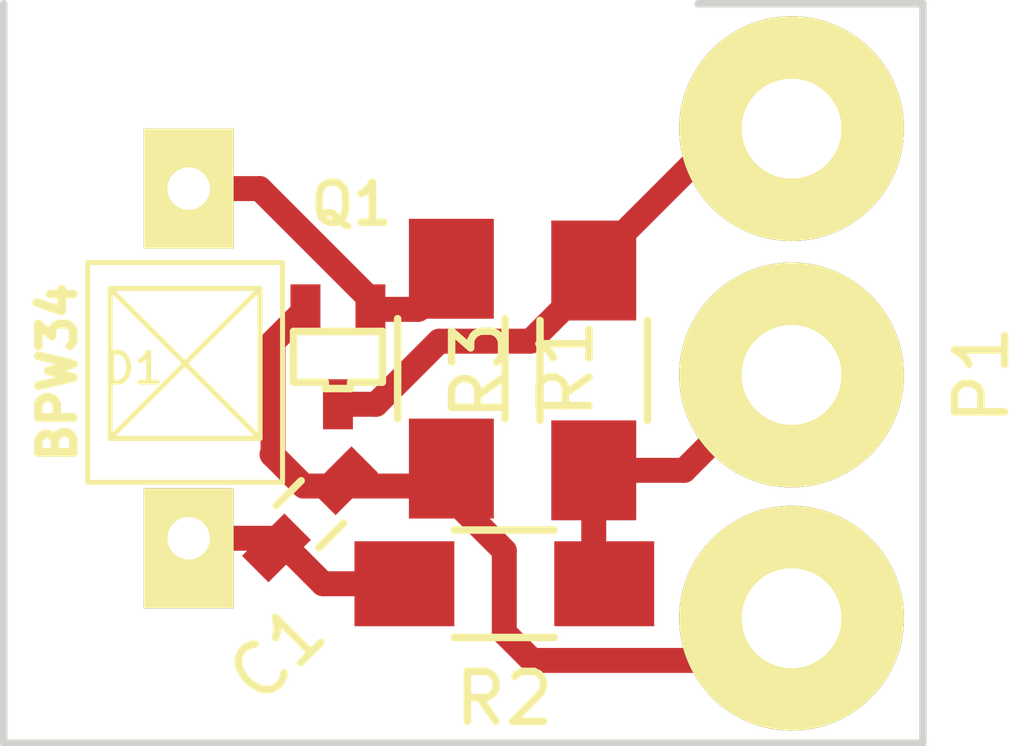
<source format=kicad_pcb>
(kicad_pcb (version 4) (host pcbnew 4.0.2-4+6225~38~ubuntu15.10.1-stable)

  (general
    (links 11)
    (no_connects 0)
    (area 12.324999 13.424999 189.490001 139.530001)
    (thickness 1.6)
    (drawings 4)
    (tracks 43)
    (zones 0)
    (modules 7)
    (nets 6)
  )

  (page A4)
  (layers
    (0 F.Cu signal)
    (31 B.Cu signal hide)
    (32 B.Adhes user hide)
    (33 F.Adhes user hide)
    (34 B.Paste user hide)
    (35 F.Paste user hide)
    (36 B.SilkS user hide)
    (37 F.SilkS user)
    (38 B.Mask user hide)
    (39 F.Mask user hide)
    (40 Dwgs.User user hide)
    (41 Cmts.User user hide)
    (42 Eco1.User user)
    (43 Eco2.User user)
    (44 Edge.Cuts user)
    (45 Margin user hide)
    (46 B.CrtYd user hide)
    (47 F.CrtYd user)
    (48 B.Fab user hide)
    (49 F.Fab user hide)
  )

  (setup
    (last_trace_width 0.5)
    (user_trace_width 0.5)
    (trace_clearance 0.2)
    (zone_clearance 0.508)
    (zone_45_only no)
    (trace_min 0.2)
    (segment_width 0.2)
    (edge_width 0.15)
    (via_size 0.6)
    (via_drill 0.4)
    (via_min_size 0.4)
    (via_min_drill 0.3)
    (uvia_size 0.3)
    (uvia_drill 0.1)
    (uvias_allowed no)
    (uvia_min_size 0.2)
    (uvia_min_drill 0.1)
    (pcb_text_width 0.3)
    (pcb_text_size 1.5 1.5)
    (mod_edge_width 0.15)
    (mod_text_size 1 1)
    (mod_text_width 0.15)
    (pad_size 4.50088 4.50088)
    (pad_drill 1.99898)
    (pad_to_mask_clearance 0.2)
    (aux_axis_origin 0 0)
    (visible_elements FFFFFFFF)
    (pcbplotparams
      (layerselection 0x01000_00000000)
      (usegerberextensions false)
      (excludeedgelayer true)
      (linewidth 0.100000)
      (plotframeref false)
      (viasonmask false)
      (mode 1)
      (useauxorigin false)
      (hpglpennumber 1)
      (hpglpenspeed 20)
      (hpglpendiameter 15)
      (hpglpenoverlay 2)
      (psnegative false)
      (psa4output false)
      (plotreference true)
      (plotvalue true)
      (plotinvisibletext false)
      (padsonsilk false)
      (subtractmaskfromsilk false)
      (outputformat 1)
      (mirror false)
      (drillshape 0)
      (scaleselection 1)
      (outputdirectory ""))
  )

  (net 0 "")
  (net 1 GND)
  (net 2 "Net-(C1-Pad1)")
  (net 3 "Net-(D1-Pad2)")
  (net 4 /FET_OUT)
  (net 5 /PWR)

  (net_class Default "This is the default net class."
    (clearance 0.2)
    (trace_width 0.25)
    (via_dia 0.6)
    (via_drill 0.4)
    (uvia_dia 0.3)
    (uvia_drill 0.1)
    (add_net /FET_OUT)
    (add_net /PWR)
    (add_net "Net-(C1-Pad1)")
    (add_net "Net-(D1-Pad2)")
  )

  (net_class power ""
    (clearance 0.1)
    (trace_width 0.4)
    (via_dia 0.9)
    (via_drill 0.7)
    (uvia_dia 0.3)
    (uvia_drill 0.1)
    (add_net GND)
  )

  (module nmz787_kicad_libs:BPW34SMD-onpad-via (layer F.Cu) (tedit 5620C753) (tstamp 561F6841)
    (at 16.03 20.7 90)
    (tags "pin photodiode BPW34")
    (path /561CA303)
    (fp_text reference D1 (at -0.1 -1.03 360) (layer F.SilkS)
      (effects (font (size 0.6 0.6) (thickness 0.1)))
    )
    (fp_text value BPW34 (at -0.18 -2.55112 90) (layer F.SilkS)
      (effects (font (size 0.7 0.7) (thickness 0.175)))
    )
    (fp_line (start -2.37998 -1.95072) (end 2.0193 -1.95072) (layer F.SilkS) (width 0.1))
    (fp_line (start 2.0193 -1.95072) (end 2.0193 1.95072) (layer F.SilkS) (width 0.1))
    (fp_line (start 2.0193 1.95072) (end -2.37998 1.95072) (layer F.SilkS) (width 0.1))
    (fp_line (start -2.38 1.95072) (end -2.38 -1.95072) (layer F.SilkS) (width 0.1))
    (fp_line (start -1.50114 1.50114) (end 1.50114 -1.50114) (layer F.SilkS) (width 0.1))
    (fp_line (start -1.50114 -1.50114) (end 1.50114 1.50114) (layer F.SilkS) (width 0.1))
    (fp_line (start -1.50114 -1.50114) (end 1.50114 -1.50114) (layer F.SilkS) (width 0.1))
    (fp_line (start 1.50114 -1.50114) (end 1.50114 1.50114) (layer F.SilkS) (width 0.1))
    (fp_line (start 1.50114 1.50114) (end -1.50114 1.50114) (layer F.SilkS) (width 0.1))
    (fp_line (start -1.50114 1.50114) (end -1.50114 -1.50114) (layer F.SilkS) (width 0.1))
    (pad 1 thru_hole rect (at -3.5 0.07112 90) (size 2.40086 1.80086) (drill 0.85 (offset -0.2 0)) (layers *.Cu *.Mask F.SilkS)
      (net 2 "Net-(C1-Pad1)"))
    (pad 2 thru_hole rect (at 3.5 0.07112 90) (size 2.40086 1.80086) (drill 0.85) (layers *.Cu *.Mask F.SilkS)
      (net 3 "Net-(D1-Pad2)"))
  )

  (module nmz787_kicad_libs:2SK3018 (layer F.Cu) (tedit 5725BE47) (tstamp 561F684E)
    (at 19.09 20.56767)
    (tags "SMD SOT")
    (path /561CA3EE)
    (attr smd)
    (fp_text reference Q1 (at 0.27 -3.05767 180) (layer F.SilkS)
      (effects (font (size 0.8 0.8) (thickness 0.15)))
    )
    (fp_text value 2N7000 (at 0.47 -4.25767) (layer F.Fab)
      (effects (font (size 0.8 0.8) (thickness 0.15)))
    )
    (fp_line (start 0.254 0.508) (end 0.889 0.508) (layer F.SilkS) (width 0.15))
    (fp_line (start 0.889 0.508) (end 0.889 -0.508) (layer F.SilkS) (width 0.15))
    (fp_line (start -0.889 -0.508) (end -0.889 0.508) (layer F.SilkS) (width 0.15))
    (fp_line (start -0.889 0.508) (end -0.254 0.508) (layer F.SilkS) (width 0.15))
    (fp_line (start 0.254 0.635) (end 0.254 0.508) (layer F.SilkS) (width 0.15))
    (fp_line (start -0.254 0.508) (end -0.254 0.635) (layer F.SilkS) (width 0.15))
    (fp_line (start 0.889 -0.508) (end -0.889 -0.508) (layer F.SilkS) (width 0.15))
    (fp_line (start -0.254 0.635) (end 0.254 0.635) (layer F.SilkS) (width 0.15))
    (pad 1 smd rect (at -0.65024 -0.94996) (size 0.59944 1.00076) (layers F.Cu F.Paste F.Mask)
      (net 1 GND))
    (pad 2 smd rect (at 0.65024 -0.94996) (size 0.59944 1.00076) (layers F.Cu F.Paste F.Mask)
      (net 3 "Net-(D1-Pad2)"))
    (pad 3 smd rect (at 0 0.94996) (size 0.59944 1.00076) (layers F.Cu F.Paste F.Mask)
      (net 4 /FET_OUT))
    (model TO_SOT_Packages_SMD.3dshapes/SOT-323.wrl
      (at (xyz 0 0 0.001))
      (scale (xyz 0.3937 0.3937 0.3937))
      (rotate (xyz 0 0 0))
    )
  )

  (module Capacitors_SMD:C_0603_HandSoldering (layer F.Cu) (tedit 541A9B4D) (tstamp 5725C2FE)
    (at 18.53 23.72 45)
    (descr "Capacitor SMD 0603, hand soldering")
    (tags "capacitor 0603")
    (path /561CA25D)
    (attr smd)
    (fp_text reference C1 (at -2.446589 1.513209 45) (layer F.SilkS)
      (effects (font (size 1 1) (thickness 0.15)))
    )
    (fp_text value 100nF (at 0 1.9 45) (layer F.Fab)
      (effects (font (size 1 1) (thickness 0.15)))
    )
    (fp_line (start -1.85 -0.75) (end 1.85 -0.75) (layer F.CrtYd) (width 0.05))
    (fp_line (start -1.85 0.75) (end 1.85 0.75) (layer F.CrtYd) (width 0.05))
    (fp_line (start -1.85 -0.75) (end -1.85 0.75) (layer F.CrtYd) (width 0.05))
    (fp_line (start 1.85 -0.75) (end 1.85 0.75) (layer F.CrtYd) (width 0.05))
    (fp_line (start -0.35 -0.6) (end 0.35 -0.6) (layer F.SilkS) (width 0.15))
    (fp_line (start 0.35 0.6) (end -0.35 0.6) (layer F.SilkS) (width 0.15))
    (pad 1 smd rect (at -0.95 0 45) (size 1.2 0.75) (layers F.Cu F.Paste F.Mask)
      (net 2 "Net-(C1-Pad1)"))
    (pad 2 smd rect (at 0.95 0 45) (size 1.2 0.75) (layers F.Cu F.Paste F.Mask)
      (net 1 GND))
    (model Capacitors_SMD.3dshapes/C_0603_HandSoldering.wrl
      (at (xyz 0 0 0))
      (scale (xyz 1 1 1))
      (rotate (xyz 0 0 0))
    )
  )

  (module Wire_Pads:SolderWirePad_3x_2mmDrill (layer F.Cu) (tedit 5725C685) (tstamp 5725C30F)
    (at 28.17 20.93 270)
    (path /5725C23F)
    (fp_text reference P1 (at 0 -3.81 270) (layer F.SilkS)
      (effects (font (size 1 1) (thickness 0.15)))
    )
    (fp_text value CONN_01X03 (at 1.27 3.81 270) (layer F.Fab)
      (effects (font (size 1 1) (thickness 0.15)))
    )
    (pad 2 thru_hole circle (at -4.93 0 270) (size 4.50088 4.50088) (drill 1.99898) (layers *.Cu *.Mask F.SilkS)
      (net 4 /FET_OUT))
    (pad 1 thru_hole circle (at 0 0 270) (size 4.50088 4.50088) (drill 1.99898) (layers *.Cu *.Mask F.SilkS)
      (net 5 /PWR))
    (pad 3 thru_hole circle (at 4.87 0 270) (size 4.50088 4.50088) (drill 1.99898) (layers *.Cu *.Mask F.SilkS)
      (net 1 GND))
  )

  (module Resistors_SMD:R_1206_HandSoldering (layer F.Cu) (tedit 5418A20D) (tstamp 5725C310)
    (at 21.36 20.805 270)
    (descr "Resistor SMD 1206, hand soldering")
    (tags "resistor 1206")
    (path /561CA435)
    (attr smd)
    (fp_text reference R1 (at 0 -2.3 270) (layer F.SilkS)
      (effects (font (size 1 1) (thickness 0.15)))
    )
    (fp_text value 10M (at 0 2.3 270) (layer F.Fab)
      (effects (font (size 1 1) (thickness 0.15)))
    )
    (fp_line (start -3.3 -1.2) (end 3.3 -1.2) (layer F.CrtYd) (width 0.05))
    (fp_line (start -3.3 1.2) (end 3.3 1.2) (layer F.CrtYd) (width 0.05))
    (fp_line (start -3.3 -1.2) (end -3.3 1.2) (layer F.CrtYd) (width 0.05))
    (fp_line (start 3.3 -1.2) (end 3.3 1.2) (layer F.CrtYd) (width 0.05))
    (fp_line (start 1 1.075) (end -1 1.075) (layer F.SilkS) (width 0.15))
    (fp_line (start -1 -1.075) (end 1 -1.075) (layer F.SilkS) (width 0.15))
    (pad 1 smd rect (at -2 0 270) (size 2 1.7) (layers F.Cu F.Paste F.Mask)
      (net 3 "Net-(D1-Pad2)"))
    (pad 2 smd rect (at 2 0 270) (size 2 1.7) (layers F.Cu F.Paste F.Mask)
      (net 1 GND))
    (model Resistors_SMD.3dshapes/R_1206_HandSoldering.wrl
      (at (xyz 0 0 0))
      (scale (xyz 1 1 1))
      (rotate (xyz 0 0 0))
    )
  )

  (module Resistors_SMD:R_1206_HandSoldering (layer F.Cu) (tedit 5418A20D) (tstamp 5725C31B)
    (at 22.42 25.11 180)
    (descr "Resistor SMD 1206, hand soldering")
    (tags "resistor 1206")
    (path /561CA2AC)
    (attr smd)
    (fp_text reference R2 (at 0 -2.3 180) (layer F.SilkS)
      (effects (font (size 1 1) (thickness 0.15)))
    )
    (fp_text value 1.5M (at 0 2.3 180) (layer F.Fab)
      (effects (font (size 1 1) (thickness 0.15)))
    )
    (fp_line (start -3.3 -1.2) (end 3.3 -1.2) (layer F.CrtYd) (width 0.05))
    (fp_line (start -3.3 1.2) (end 3.3 1.2) (layer F.CrtYd) (width 0.05))
    (fp_line (start -3.3 -1.2) (end -3.3 1.2) (layer F.CrtYd) (width 0.05))
    (fp_line (start 3.3 -1.2) (end 3.3 1.2) (layer F.CrtYd) (width 0.05))
    (fp_line (start 1 1.075) (end -1 1.075) (layer F.SilkS) (width 0.15))
    (fp_line (start -1 -1.075) (end 1 -1.075) (layer F.SilkS) (width 0.15))
    (pad 1 smd rect (at -2 0 180) (size 2 1.7) (layers F.Cu F.Paste F.Mask)
      (net 5 /PWR))
    (pad 2 smd rect (at 2 0 180) (size 2 1.7) (layers F.Cu F.Paste F.Mask)
      (net 2 "Net-(C1-Pad1)"))
    (model Resistors_SMD.3dshapes/R_1206_HandSoldering.wrl
      (at (xyz 0 0 0))
      (scale (xyz 1 1 1))
      (rotate (xyz 0 0 0))
    )
  )

  (module Resistors_SMD:R_1206_HandSoldering (layer F.Cu) (tedit 5418A20D) (tstamp 5725C326)
    (at 24.21 20.84 90)
    (descr "Resistor SMD 1206, hand soldering")
    (tags "resistor 1206")
    (path /561CA2D1)
    (attr smd)
    (fp_text reference R3 (at 0 -2.3 90) (layer F.SilkS)
      (effects (font (size 1 1) (thickness 0.15)))
    )
    (fp_text value 56k (at 0 2.3 90) (layer F.Fab)
      (effects (font (size 1 1) (thickness 0.15)))
    )
    (fp_line (start -3.3 -1.2) (end 3.3 -1.2) (layer F.CrtYd) (width 0.05))
    (fp_line (start -3.3 1.2) (end 3.3 1.2) (layer F.CrtYd) (width 0.05))
    (fp_line (start -3.3 -1.2) (end -3.3 1.2) (layer F.CrtYd) (width 0.05))
    (fp_line (start 3.3 -1.2) (end 3.3 1.2) (layer F.CrtYd) (width 0.05))
    (fp_line (start 1 1.075) (end -1 1.075) (layer F.SilkS) (width 0.15))
    (fp_line (start -1 -1.075) (end 1 -1.075) (layer F.SilkS) (width 0.15))
    (pad 1 smd rect (at -2 0 90) (size 2 1.7) (layers F.Cu F.Paste F.Mask)
      (net 5 /PWR))
    (pad 2 smd rect (at 2 0 90) (size 2 1.7) (layers F.Cu F.Paste F.Mask)
      (net 4 /FET_OUT))
    (model Resistors_SMD.3dshapes/R_1206_HandSoldering.wrl
      (at (xyz 0 0 0))
      (scale (xyz 1 1 1))
      (rotate (xyz 0 0 0))
    )
  )

  (gr_line (start 26.3 13.5) (end 30.8 13.5) (layer Edge.Cuts) (width 0.15))
  (gr_line (start 30.8 13.5) (end 30.8 28.3) (layer Edge.Cuts) (width 0.15))
  (gr_line (start 12.4 13.5) (end 12.4 28.3) (layer Edge.Cuts) (width 0.15))
  (gr_line (start 30.8 28.3) (end 12.4 28.3) (layer Edge.Cuts) (width 0.15))

  (segment (start 176.61 114.9) (end 176.62 114.89) (width 0.25) (layer B.Cu) (net 0))
  (segment (start 159.09 129.86) (end 159.09 127.92) (width 0.5) (layer B.Cu) (net 0))
  (segment (start 160.175 126.055) (end 160.185 126.045) (width 0.5) (layer B.Cu) (net 0))
  (segment (start 157.81 126.64) (end 157.81 125.896008) (width 0.5) (layer B.Cu) (net 0))
  (segment (start 158.18024 124.52976) (end 158.48 124.23) (width 0.5) (layer B.Cu) (net 0))
  (segment (start 186.15 128.64) (end 186.15 125.115796) (width 0.5) (layer B.Cu) (net 0))
  (segment (start 186.17 125.105796) (end 186.133806 125.069602) (width 0.25) (layer B.Cu) (net 0))
  (segment (start 188.84 137.95) (end 188.133348 137.95) (width 0.25) (layer B.Cu) (net 0))
  (segment (start 182.79 132.83) (end 182.79 129.05) (width 0.5) (layer B.Cu) (net 0))
  (segment (start 182.79 129.05) (end 182.77 129.03) (width 0.5) (layer B.Cu) (net 0))
  (segment (start 22.42 26.09) (end 22.42 24.449998) (width 0.5) (layer F.Cu) (net 1))
  (segment (start 22.42 24.449998) (end 21.36 23.389998) (width 0.5) (layer F.Cu) (net 1))
  (segment (start 21.36 23.389998) (end 21.36 22.805) (width 0.5) (layer F.Cu) (net 1))
  (segment (start 22.975 26.645) (end 22.42 26.09) (width 0.5) (layer F.Cu) (net 1))
  (segment (start 28.17 26.645) (end 22.975 26.645) (width 0.5) (layer F.Cu) (net 1))
  (segment (start 17.79 22.54) (end 17.79 20.26747) (width 0.5) (layer F.Cu) (net 1))
  (segment (start 17.79 20.26747) (end 18.43976 19.61771) (width 0.5) (layer F.Cu) (net 1) (tstamp 5725BDC5))
  (segment (start 18.404315 23.154315) (end 17.79 22.54) (width 0.5) (layer F.Cu) (net 1))
  (segment (start 17.79 22.54) (end 17.77 22.52) (width 0.5) (layer F.Cu) (net 1) (tstamp 5725BDC3))
  (segment (start 19.095685 23.154315) (end 18.404315 23.154315) (width 0.5) (layer F.Cu) (net 1))
  (segment (start 19.095685 23.154315) (end 20.865685 23.154315) (width 0.5) (layer F.Cu) (net 1))
  (segment (start 20.865685 23.154315) (end 21.36 22.66) (width 0.5) (layer F.Cu) (net 1))
  (segment (start 16.10112 24.2) (end 17.87863 24.2) (width 0.5) (layer F.Cu) (net 2))
  (segment (start 17.87863 24.2) (end 17.964315 24.285685) (width 0.5) (layer F.Cu) (net 2))
  (segment (start 20.57 25.11) (end 18.78863 25.11) (width 0.5) (layer F.Cu) (net 2))
  (segment (start 18.78863 25.11) (end 17.964315 24.285685) (width 0.5) (layer F.Cu) (net 2))
  (segment (start 19.74024 19.61771) (end 20.69729 19.61771) (width 0.5) (layer F.Cu) (net 3))
  (segment (start 20.69729 19.61771) (end 21.36 18.955) (width 0.5) (layer F.Cu) (net 3))
  (segment (start 16.10112 17.2) (end 17.52319 17.2) (width 0.5) (layer F.Cu) (net 3))
  (segment (start 17.52319 17.2) (end 19.74024 19.41705) (width 0.5) (layer F.Cu) (net 3))
  (segment (start 19.74024 19.41705) (end 19.74024 19.61771) (width 0.5) (layer F.Cu) (net 3))
  (segment (start 24.21 18.84) (end 24.21 18.69) (width 0.5) (layer F.Cu) (net 4))
  (segment (start 27.685 15.215) (end 28.17 15.215) (width 0.5) (layer F.Cu) (net 4))
  (segment (start 24.21 18.69) (end 27.685 15.215) (width 0.5) (layer F.Cu) (net 4))
  (segment (start 19.09 21.51763) (end 19.85237 21.51763) (width 0.5) (layer F.Cu) (net 4))
  (segment (start 19.85237 21.51763) (end 21.114999 20.255001) (width 0.5) (layer F.Cu) (net 4))
  (segment (start 21.114999 20.255001) (end 22.944999 20.255001) (width 0.5) (layer F.Cu) (net 4))
  (segment (start 22.944999 20.255001) (end 24.21 18.99) (width 0.5) (layer F.Cu) (net 4))
  (segment (start 27.93 20.93) (end 26.02 22.84) (width 0.5) (layer F.Cu) (net 5))
  (segment (start 26.02 22.84) (end 24.21 22.84) (width 0.5) (layer F.Cu) (net 5))
  (segment (start 28.17 20.93) (end 27.93 20.93) (width 0.5) (layer F.Cu) (net 5))
  (segment (start 24.21 22.69) (end 24.21 25.05) (width 0.5) (layer F.Cu) (net 5))
  (segment (start 24.21 25.05) (end 24.27 25.11) (width 0.5) (layer F.Cu) (net 5))

  (zone (net 1) (net_name GND) (layer B.Cu) (tstamp 0) (hatch edge 0.508)
    (connect_pads yes (clearance 0.508))
    (min_thickness 0.254)
    (fill yes (arc_segments 16) (thermal_gap 0.508) (thermal_bridge_width 0.508))
    (polygon
      (pts
        (xy 187.59 139.51) (xy 187.58 139.53) (xy 187.579928 139.509977) (xy 187.59 139.51)
      )
    )
  )
  (zone (net 1) (net_name GND) (layer B.Cu) (tstamp 5620CC46) (hatch edge 0.508)
    (connect_pads yes (clearance 0.508))
    (min_thickness 0.254)
    (fill yes (arc_segments 16) (thermal_gap 0.508) (thermal_bridge_width 0.508))
    (polygon
      (pts
        (xy 165.49 139.46) (xy 165.47 120.88) (xy 167.38 120.82) (xy 169.29 118.93) (xy 169.23 118.29)
        (xy 168.85 117.77) (xy 166.85 115.29) (xy 189.49 115.62) (xy 189.38 133.15) (xy 187.56 133.94)
        (xy 187.579928 139.509977) (xy 165.49 139.46)
      )
    )
    (filled_polygon
      (pts
        (xy 175.308117 115.540299) (xy 175.117086 115.730997) (xy 174.875276 116.313341) (xy 174.874725 116.943893) (xy 175.115519 117.526657)
        (xy 175.560997 117.972914) (xy 176.143341 118.214724) (xy 176.773893 118.215275) (xy 177.356657 117.974481) (xy 177.66182 117.66985)
        (xy 179.3913 117.66985) (xy 179.3913 120.07015) (xy 179.435578 120.305467) (xy 179.57465 120.521591) (xy 179.78685 120.666581)
        (xy 180.03874 120.71759) (xy 183.53886 120.71759) (xy 183.774177 120.673312) (xy 183.990301 120.53424) (xy 184.135291 120.32204)
        (xy 184.1863 120.07015) (xy 184.1863 117.66985) (xy 184.142022 117.434533) (xy 184.00295 117.218409) (xy 183.79075 117.073419)
        (xy 183.53886 117.02241) (xy 180.03874 117.02241) (xy 179.803423 117.066688) (xy 179.587299 117.20576) (xy 179.442309 117.41796)
        (xy 179.3913 117.66985) (xy 177.66182 117.66985) (xy 177.802914 117.529003) (xy 178.044724 116.946659) (xy 178.045275 116.316107)
        (xy 177.804481 115.733343) (xy 177.645788 115.574373) (xy 189.362213 115.745151) (xy 189.253522 133.066452) (xy 187.509432 133.823502)
        (xy 187.468092 133.852354) (xy 187.441233 133.895017) (xy 187.433001 133.940454) (xy 187.442004 136.456768) (xy 187.374959 136.49991)
        (xy 187.229969 136.71211) (xy 187.2216 136.753439) (xy 187.20967 136.735585) (xy 186.723489 136.410729) (xy 186.15 136.296655)
        (xy 185.576511 136.410729) (xy 185.09033 136.735585) (xy 184.765474 137.221766) (xy 184.6514 137.795255) (xy 184.6514 138.164745)
        (xy 184.765474 138.738234) (xy 185.09033 139.224415) (xy 185.319982 139.377863) (xy 181.911559 139.370152) (xy 182.12967 139.224415)
        (xy 182.454526 138.738234) (xy 182.5686 138.164745) (xy 182.5686 137.795255) (xy 182.454526 137.221766) (xy 182.12967 136.735585)
        (xy 181.643489 136.410729) (xy 181.07 136.296655) (xy 180.496511 136.410729) (xy 180.01033 136.735585) (xy 179.685474 137.221766)
        (xy 179.5714 137.795255) (xy 179.5714 138.164745) (xy 179.685474 138.738234) (xy 180.01033 139.224415) (xy 180.222722 139.366331)
        (xy 165.616864 139.333286) (xy 165.612236 135.033907) (xy 165.61656 135.036861) (xy 165.86845 135.08787) (xy 167.66931 135.08787)
        (xy 167.904627 135.043592) (xy 168.120751 134.90452) (xy 168.265741 134.69232) (xy 168.31675 134.44043) (xy 168.31675 133.074873)
        (xy 181.554812 133.074873) (xy 181.719646 133.4738) (xy 182.024595 133.779282) (xy 182.423233 133.944811) (xy 182.854873 133.945188)
        (xy 183.2538 133.780354) (xy 183.559282 133.475405) (xy 183.724811 133.076767) (xy 183.725188 132.645127) (xy 183.675 132.523663)
        (xy 183.675 129.919191) (xy 183.959282 129.635405) (xy 184.124811 129.236767) (xy 184.125188 128.805127) (xy 183.960354 128.4062)
        (xy 183.655405 128.100718) (xy 183.256767 127.935189) (xy 182.825127 127.934812) (xy 182.4262 128.099646) (xy 182.120718 128.404595)
        (xy 182.082574 128.496455) (xy 181.952367 128.691326) (xy 181.884999 129.03) (xy 181.905 129.130549) (xy 181.905 132.060635)
        (xy 181.720718 132.244595) (xy 181.555189 132.643233) (xy 181.554812 133.074873) (xy 168.31675 133.074873) (xy 168.31675 132.03957)
        (xy 168.272472 131.804253) (xy 168.1334 131.588129) (xy 167.9212 131.443139) (xy 167.66931 131.39213) (xy 165.86845 131.39213)
        (xy 165.633133 131.436408) (xy 165.608381 131.452336) (xy 165.60448 127.828607) (xy 165.61656 127.836861) (xy 165.86845 127.88787)
        (xy 167.66931 127.88787) (xy 167.904627 127.843592) (xy 168.120751 127.70452) (xy 168.265741 127.49232) (xy 168.31675 127.24043)
        (xy 168.31675 125.472843) (xy 184.0988 125.472843) (xy 184.38512 126.165793) (xy 184.914827 126.696424) (xy 185.265 126.841829)
        (xy 185.265 126.89496) (xy 184.9024 126.89496) (xy 184.667083 126.939238) (xy 184.450959 127.07831) (xy 184.305969 127.29051)
        (xy 184.25496 127.5424) (xy 184.25496 129.7776) (xy 184.299238 130.012917) (xy 184.43831 130.229041) (xy 184.65051 130.374031)
        (xy 184.9024 130.42504) (xy 187.1376 130.42504) (xy 187.372917 130.380762) (xy 187.589041 130.24169) (xy 187.734031 130.02949)
        (xy 187.78504 129.7776) (xy 187.78504 127.5424) (xy 187.740762 127.307083) (xy 187.60169 127.090959) (xy 187.38949 126.945969)
        (xy 187.1376 126.89496) (xy 187.035 126.89496) (xy 187.035 126.704485) (xy 187.049997 126.698288) (xy 187.580628 126.168581)
        (xy 187.868158 125.476133) (xy 187.868812 124.726361) (xy 187.582492 124.033411) (xy 187.052785 123.50278) (xy 186.360337 123.21525)
        (xy 185.610565 123.214596) (xy 184.917615 123.500916) (xy 184.386984 124.030623) (xy 184.099454 124.723071) (xy 184.0988 125.472843)
        (xy 168.31675 125.472843) (xy 168.31675 124.83957) (xy 168.272472 124.604253) (xy 168.1334 124.388129) (xy 167.9212 124.243139)
        (xy 167.66931 124.19213) (xy 165.86845 124.19213) (xy 165.633133 124.236408) (xy 165.600636 124.257319) (xy 165.597133 121.003069)
        (xy 167.383988 120.946937) (xy 167.433059 120.935385) (xy 167.469329 120.910274) (xy 169.379329 119.020274) (xy 169.407412 118.978408)
        (xy 169.416446 118.918146) (xy 169.356446 118.278146) (xy 169.332539 118.215068) (xy 169.0622 117.845131) (xy 169.652601 117.845646)
        (xy 170.345551 117.559326) (xy 170.876182 117.029619) (xy 171.163712 116.337171) (xy 171.164366 115.587399) (xy 171.119679 115.479249)
      )
    )
  )
)

</source>
